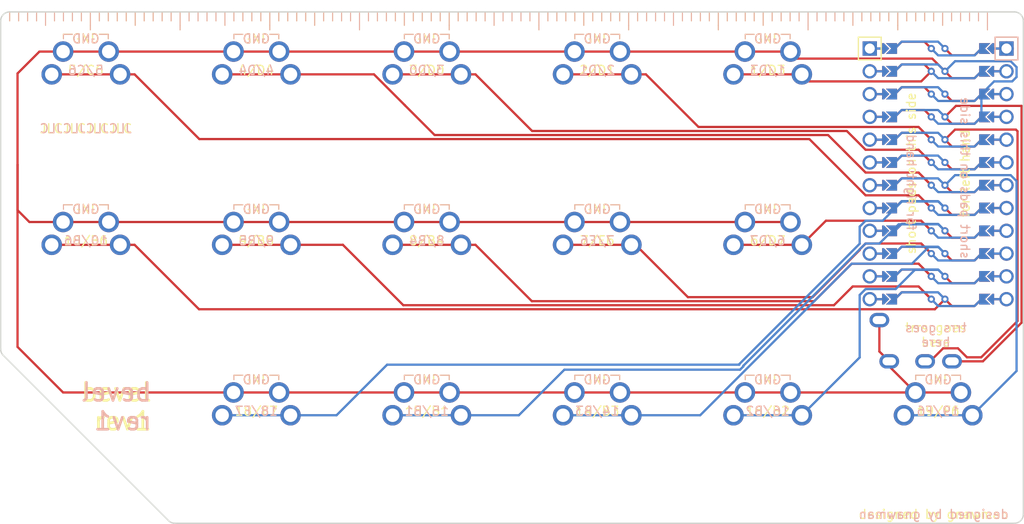
<source format=kicad_pcb>
(kicad_pcb (version 20211014) (generator pcbnew)
  (title_block (title "bevel") (date "2022-10-04") (rev "v1.0.0") (company "gnawman"))
  (layers (0 "F.Cu" signal) (31 "B.Cu" signal) (34 "B.Paste" user) (35 "F.Paste" user) (36 "B.SilkS" user "B.Silkscreen") (37 "F.SilkS" user "F.Silkscreen") (38 "B.Mask" user) (39 "F.Mask" user) (44 "Edge.Cuts" user))
  (net 0 "")
  (net 1 "GND")
  (net 2 "matrix_pinky_bottom")
  (net 3 "matrix_pinky_home")
  (net 4 "matrix_pinky_top")
  (net 5 "matrix_ring_bottom")
  (net 6 "matrix_ring_home")
  (net 7 "matrix_ring_top")
  (net 8 "matrix_middle_bottom")
  (net 9 "matrix_middle_home")
  (net 10 "matrix_middle_top")
  (net 11 "matrix_pointer_bottom")
  (net 12 "matrix_pointer_home")
  (net 13 "matrix_pointer_top")
  (net 14 "matrix_inner_bottom")
  (net 15 "matrix_inner_home")
  (net 16 "matrix_inner_top")
  (net 17 "RAW")
  (net 18 "RST")
  (net 19 "VCC")
  (net 20 "P21")
  (net 21 "P20")
  (net 22 "P1")
  (footprint "ProMicro" (layer "F.Cu") (at 116.5 30.05 -90)
    (fp_text reference "MCU1" hide)
    (fp_text value "")
  )
  (footprint "MX" (layer "F.Cu") (at 97.5 40.5)
    (fp_text reference "S14" hide)
    (fp_text value "" hide)
  )
  (footprint "MX" (layer "F.Cu") (at 59.5 21.5)
    (fp_text reference "S9" hide)
    (fp_text value "" hide)
  )
  (footprint "MX" (layer "F.Cu") (at 78.5 40.5)
    (fp_text reference "S11" hide)
    (fp_text value "" hide)
  )
  (footprint "MX" (layer "F.Cu") (at 40.5 40.5)
    (fp_text reference "S5" hide)
    (fp_text value "" hide)
  )
  (footprint "MX" (layer "F.Cu") (at 21.5 40.5)
    (fp_text reference "S2" hide)
    (fp_text value "" hide)
  )
  (footprint "MX" (layer "F.Cu") (at 78.5 59.5)
    (fp_text reference "S7" hide)
    (fp_text value "" hide)
  )
  (footprint "MX" (layer "F.Cu") (at 116.5 59.5)
    (fp_text reference "S13" hide)
    (fp_text value "" hide)
  )
  (footprint "TRRS-PJ-320A-dual" (layer "F.Cu") (at 121.25 50.95 -90)
    (fp_text reference "REF**")
    (fp_text value "TRRS-PJ-320A-dual" hide)
  )
  (footprint "MX" (layer "F.Cu") (at 59.5 40.5)
    (fp_text reference "S8" hide)
    (fp_text value "" hide)
  )
  (footprint "MX" (layer "F.Cu") (at 97.5 59.5)
    (fp_text reference "S10" hide)
    (fp_text value "" hide)
  )
  (footprint "MX" (layer "F.Cu") (at 97.5 21.5)
    (fp_text reference "S15" hide)
    (fp_text value "" hide)
  )
  (footprint "MX" (layer "F.Cu") (at 59.5 59.5)
    (fp_text reference "S4" hide)
    (fp_text value "" hide)
  )
  (footprint "MX" (layer "F.Cu") (at 78.5 21.5)
    (fp_text reference "S12" hide)
    (fp_text value "" hide)
  )
  (footprint "MX" (layer "F.Cu") (at 21.5 21.5)
    (fp_text reference "S3" hide)
    (fp_text value "" hide)
  )
  (footprint "MX" (layer "F.Cu") (at 40.5 59.5)
    (fp_text reference "S1" hide)
    (fp_text value "" hide)
  )
  (footprint "MX" (layer "F.Cu") (at 40.5 21.5)
    (fp_text reference "S6" hide)
    (fp_text value "" hide)
  )
  (gr_line (start 38 14.5) (end 39 14.5) (layer "B.SilkS") (width 0.12))
  (gr_line (start 19 13) (end 19 12) (layer "B.SilkS") (width 0.12))
  (gr_line (start 55 13) (end 55 12) (layer "B.SilkS") (width 0.12))
  (gr_line (start 95 33.5) (end 96 33.5) (layer "B.SilkS") (width 0.12))
  (gr_line (start 76 14.5) (end 76 15) (layer "B.SilkS") (width 0.12))
  (gr_line (start 100 14.5) (end 99 14.5) (layer "B.SilkS") (width 0.12))
  (gr_line (start 95 14.5) (end 96 14.5) (layer "B.SilkS") (width 0.12))
  (gr_line (start 38 33.5) (end 38 34) (layer "B.SilkS") (width 0.12))
  (gr_line (start 95 14.5) (end 95 15) (layer "B.SilkS") (width 0.12))
  (gr_line (start 19 14.5) (end 20 14.5) (layer "B.SilkS") (width 0.12))
  (gr_line (start 122 13.5) (end 122 12) (layer "B.SilkS") (width 0.12))
  (gr_line (start 76 52.5) (end 76 53) (layer "B.SilkS") (width 0.12))
  (gr_line (start 45 13) (end 45 12) (layer "B.SilkS") (width 0.12))
  (gr_line (start 43 34) (end 43 33.5) (layer "B.SilkS") (width 0.12))
  (gr_line (start 15 13) (end 15 12) (layer "B.SilkS") (width 0.12))
  (gr_line (start 103 13) (end 103 12) (layer "B.SilkS") (width 0.12))
  (gr_line (start 62 33.5) (end 61 33.5) (layer "B.SilkS") (width 0.12))
  (gr_line (start 81 53) (end 81 52.5) (layer "B.SilkS") (width 0.12))
  (gr_line (start 82 13.5) (end 82 14) (layer "B.SilkS") (width 0.12))
  (gr_line (start 24 34) (end 24 33.5) (layer "B.SilkS") (width 0.12))
  (gr_line (start 42 13.5) (end 42 14) (layer "B.SilkS") (width 0.12))
  (gr_line (start 100 15) (end 100 14.5) (layer "B.SilkS") (width 0.12))
  (gr_line (start 81 13) (end 81 12) (layer "B.SilkS") (width 0.12))
  (gr_line (start 105 13) (end 105 12) (layer "B.SilkS") (width 0.12))
  (gr_line (start 41 13) (end 41 12) (layer "B.SilkS") (width 0.12))
  (gr_line (start 66 13) (end 66 12) (layer "B.SilkS") (width 0.12))
  (gr_line (start 76 33.5) (end 76 34) (layer "B.SilkS") (width 0.12))
  (gr_line (start 116 13) (end 116 12) (layer "B.SilkS") (width 0.12))
  (gr_line (start 48 13) (end 48 12) (layer "B.SilkS") (width 0.12))
  (gr_line (start 36 13) (end 36 12) (layer "B.SilkS") (width 0.12))
  (gr_line (start 95 13) (end 95 12) (layer "B.SilkS") (width 0.12))
  (gr_line (start 114 52.5) (end 115 52.5) (layer "B.SilkS") (width 0.12))
  (gr_line (start 43 53) (end 43 52.5) (layer "B.SilkS") (width 0.12))
  (gr_line (start 82 13.5) (end 82 12) (layer "B.SilkS") (width 0.12))
  (gr_line (start 40 13) (end 40 12) (layer "B.SilkS") (width 0.12))
  (gr_line (start 38 52.5) (end 38 53) (layer "B.SilkS") (width 0.12))
  (gr_line (start 16 13) (end 16 12) (layer "B.SilkS") (width 0.12))
  (gr_line (start 59 13) (end 59 12) (layer "B.SilkS") (width 0.12))
  (gr_line (start 50 13) (end 50 12) (layer "B.SilkS") (width 0.12))
  (gr_line (start 81 34) (end 81 33.5) (layer "B.SilkS") (width 0.12))
  (gr_line (start 91 13) (end 91 12) (layer "B.SilkS") (width 0.12))
  (gr_line (start 90 13) (end 90 12) (layer "B.SilkS") (width 0.12))
  (gr_line (start 49 13) (end 49 12) (layer "B.SilkS") (width 0.12))
  (gr_line (start 81 33.5) (end 80 33.5) (layer "B.SilkS") (width 0.12))
  (gr_line (start 74 13) (end 74 12) (layer "B.SilkS") (width 0.12))
  (gr_line (start 96 13) (end 96 12) (layer "B.SilkS") (width 0.12))
  (gr_line (start 72 13.5) (end 72 14) (layer "B.SilkS") (width 0.12))
  (gr_line (start 52 13.5) (end 52 14) (layer "B.SilkS") (width 0.12))
  (gr_line (start 110 13) (end 110 12) (layer "B.SilkS") (width 0.12))
  (gr_line (start 71 13) (end 71 12) (layer "B.SilkS") (width 0.12))
  (gr_line (start 52 13.5) (end 52 12) (layer "B.SilkS") (width 0.12))
  (gr_line (start 38 33.5) (end 39 33.5) (layer "B.SilkS") (width 0.12))
  (gr_line (start 89 13) (end 89 12) (layer "B.SilkS") (width 0.12))
  (gr_line (start 102 13.5) (end 102 14) (layer "B.SilkS") (width 0.12))
  (gr_line (start 93 13) (end 93 12) (layer "B.SilkS") (width 0.12))
  (gr_line (start 94 13) (end 94 12) (layer "B.SilkS") (width 0.12))
  (gr_line (start 115 13) (end 115 12) (layer "B.SilkS") (width 0.12))
  (gr_line (start 95 33.5) (end 95 34) (layer "B.SilkS") (width 0.12))
  (gr_line (start 76 14.5) (end 77 14.5) (layer "B.SilkS") (width 0.12))
  (gr_line (start 118 13) (end 118 12) (layer "B.SilkS") (width 0.12))
  (gr_line (start 100 52.5) (end 99 52.5) (layer "B.SilkS") (width 0.12))
  (gr_line (start 43 14.5) (end 42 14.5) (layer "B.SilkS") (width 0.12))
  (gr_line (start 73 13) (end 73 12) (layer "B.SilkS") (width 0.12))
  (gr_line (start 19 33.5) (end 19 34) (layer "B.SilkS") (width 0.12))
  (gr_line (start 17 13.5) (end 17 12) (layer "B.SilkS") (width 0.12))
  (gr_line (start 106 13) (end 106 12) (layer "B.SilkS") (width 0.12))
  (gr_line (start 75 13) (end 75 12) (layer "B.SilkS") (width 0.12))
  (gr_line (start 99 13) (end 99 12) (layer "B.SilkS") (width 0.12))
  (gr_line (start 104 13) (end 104 12) (layer "B.SilkS") (width 0.12))
  (gr_line (start 100 53) (end 100 52.5) (layer "B.SilkS") (width 0.12))
  (gr_line (start 97 13.5) (end 97 12) (layer "B.SilkS") (width 0.12))
  (gr_line (start 57 14.5) (end 57 15) (layer "B.SilkS") (width 0.12))
  (gr_line (start 76 13) (end 76 12) (layer "B.SilkS") (width 0.12))
  (gr_line (start 98 13) (end 98 12) (layer "B.SilkS") (width 0.12))
  (gr_line (start 24 33.5) (end 23 33.5) (layer "B.SilkS") (width 0.12))
  (gr_line (start 68 13) (end 68 12) (layer "B.SilkS") (width 0.12))
  (gr_line (start 24 15) (end 24 14.5) (layer "B.SilkS") (width 0.12))
  (gr_line (start 95 52.5) (end 96 52.5) (layer "B.SilkS") (width 0.12))
  (gr_line (start 43 13) (end 43 12) (layer "B.SilkS") (width 0.12))
  (gr_line (start 35 13) (end 35 12) (layer "B.SilkS") (width 0.12))
  (gr_line (start 37 13.5) (end 37 12) (layer "B.SilkS") (width 0.12))
  (gr_line (start 62 13.5) (end 62 14) (layer "B.SilkS") (width 0.12))
  (gr_line (start 77 13.5) (end 77 12) (layer "B.SilkS") (width 0.12))
  (gr_line (start 20 13) (end 20 12) (layer "B.SilkS") (width 0.12))
  (gr_line (start 24 14.5) (end 23 14.5) (layer "B.SilkS") (width 0.12))
  (gr_line (start 53 13) (end 53 12) (layer "B.SilkS") (width 0.12))
  (gr_line (start 32 13.5) (end 32 12) (layer "B.SilkS") (width 0.12))
  (gr_line (start 57 33.5) (end 58 33.5) (layer "B.SilkS") (width 0.12))
  (gr_line (start 38 13) (end 38 12) (layer "B.SilkS") (width 0.12))
  (gr_line (start 72 13.5) (end 72 12) (layer "B.SilkS") (width 0.12))
  (gr_line (start 86 13) (end 86 12) (layer "B.SilkS") (width 0.12))
  (gr_line (start 43 33.5) (end 42 33.5) (layer "B.SilkS") (width 0.12))
  (gr_line (start 22 13.5) (end 22 14) (layer "B.SilkS") (width 0.12))
  (gr_line (start 62 15) (end 62 14.5) (layer "B.SilkS") (width 0.12))
  (gr_line (start 42 13.5) (end 42 12) (layer "B.SilkS") (width 0.12))
  (gr_line (start 44 13) (end 44 12) (layer "B.SilkS") (width 0.12))
  (gr_line (start 38 14.5) (end 38 15) (layer "B.SilkS") (width 0.12))
  (gr_line (start 54 13) (end 54 12) (layer "B.SilkS") (width 0.12))
  (gr_line (start 24 13) (end 24 12) (layer "B.SilkS") (width 0.12))
  (gr_line (start 114 13) (end 114 12) (layer "B.SilkS") (width 0.12))
  (gr_line (start 47 13.5) (end 47 12) (layer "B.SilkS") (width 0.12))
  (gr_line (start 81 52.5) (end 80 52.5) (layer "B.SilkS") (width 0.12))
  (gr_line (start 85 13) (end 85 12) (layer "B.SilkS") (width 0.12))
  (gr_line (start 14 13) (end 14 12) (layer "B.SilkS") (width 0.12))
  (gr_line (start 67 13.5) (end 67 12) (layer "B.SilkS") (width 0.12))
  (gr_line (start 111 13) (end 111 12) (layer "B.SilkS") (width 0.12))
  (gr_line (start 119 53) (end 119 52.5) (layer "B.SilkS") (width 0.12))
  (gr_line (start 28 13) (end 28 12) (layer "B.SilkS") (width 0.12))
  (gr_line (start 58 13) (end 58 12) (layer "B.SilkS") (width 0.12))
  (gr_line (start 62 52.5) (end 61 52.5) (layer "B.SilkS") (width 0.12))
  (gr_line (start 57 14.5) (end 58 14.5) (layer "B.SilkS") (width 0.12))
  (gr_line (start 62 13.5) (end 62 12) (layer "B.SilkS") (width 0.12))
  (gr_line (start 119 52.5) (end 118 52.5) (layer "B.SilkS") (width 0.12))
  (gr_line (start 30 13) (end 30 12) (layer "B.SilkS") (width 0.12))
  (gr_line (start 27 13.5) (end 27 12) (layer "B.SilkS") (width 0.12))
  (gr_line (start 34 13) (end 34 12) (layer "B.SilkS") (width 0.12))
  (gr_line (start 61 13) (end 61 12) (layer "B.SilkS") (width 0.12))
  (gr_line (start 19 33.5) (end 20 33.5) (layer "B.SilkS") (width 0.12))
  (gr_line (start 102 13.5) (end 102 12) (layer "B.SilkS") (width 0.12))
  (gr_line (start 51 13) (end 51 12) (layer "B.SilkS") (width 0.12))
  (gr_line (start 100 34) (end 100 33.5) (layer "B.SilkS") (width 0.12))
  (gr_line (start 46 13) (end 46 12) (layer "B.SilkS") (width 0.12))
  (gr_line (start 13 13) (end 13 12) (layer "B.SilkS") (width 0.12))
  (gr_line (start 87 13.5) (end 87 12) (layer "B.SilkS") (width 0.12))
  (gr_line (start 62 34) (end 62 33.5) (layer "B.SilkS") (width 0.12))
  (gr_line (start 64 13) (end 64 12) (layer "B.SilkS") (width 0.12))
  (gr_line (start 76 33.5) (end 77 33.5) (layer "B.SilkS") (width 0.12))
  (gr_line (start 43 15) (end 43 14.5) (layer "B.SilkS") (width 0.12))
  (gr_line (start 109 13) (end 109 12) (layer "B.SilkS") (width 0.12))
  (gr_line (start 39 13) (end 39 12) (layer "B.SilkS") (width 0.12))
  (gr_line (start 101 13) (end 101 12) (layer "B.SilkS") (width 0.12))
  (gr_line (start 114 52.5) (end 114 53) (layer "B.SilkS") (width 0.12))
  (gr_line (start 33 13) (end 33 12) (layer "B.SilkS") (width 0.12))
  (gr_line (start 92 13.5) (end 92 14) (layer "B.SilkS") (width 0.12))
  (gr_line (start 88 13) (end 88 12) (layer "B.SilkS") (width 0.12))
  (gr_line (start 62 53) (end 62 52.5) (layer "B.SilkS") (width 0.12))
  (gr_line (start 29 13) (end 29 12) (layer "B.SilkS") (width 0.12))
  (gr_line (start 113 13) (end 113 12) (layer "B.SilkS") (width 0.12))
  (gr_line (start 62 14.5) (end 61 14.5) (layer "B.SilkS") (width 0.12))
  (gr_line (start 92 13.5) (end 92 12) (layer "B.SilkS") (width 0.12))
  (gr_line (start 63 13) (end 63 12) (layer "B.SilkS") (width 0.12))
  (gr_line (start 78 13) (end 78 12) (layer "B.SilkS") (width 0.12))
  (gr_line (start 81 15) (end 81 14.5) (layer "B.SilkS") (width 0.12))
  (gr_line (start 26 13) (end 26 12) (layer "B.SilkS") (width 0.12))
  (gr_line (start 83 13) (end 83 12) (layer "B.SilkS") (width 0.12))
  (gr_line (start 122 13.5) (end 122 14) (layer "B.SilkS") (width 0.12))
  (gr_line (start 22 13.5) (end 22 12) (layer "B.SilkS") (width 0.12))
  (gr_line (start 80 13) (end 80 12) (layer "B.SilkS") (width 0.12))
  (gr_line (start 57 33.5) (end 57 34) (layer "B.SilkS") (width 0.12))
  (gr_line (start 76 52.5) (end 77 52.5) (layer "B.SilkS") (width 0.12))
  (gr_line (start 112 13.5) (end 112 14) (layer "B.SilkS") (width 0.12))
  (gr_line (start 38 52.5) (end 39 52.5) (layer "B.SilkS") (width 0.12))
  (gr_line (start 100 13) (end 100 12) (layer "B.SilkS") (width 0.12))
  (gr_line (start 31 13) (end 31 12) (layer "B.SilkS") (width 0.12))
  (gr_line (start 121 13) (end 121 12) (layer "B.SilkS") (width 0.12))
  (gr_line (start 21 13) (end 21 12) (layer "B.SilkS") (width 0.12))
  (gr_line (start 56 13) (end 56 12) (layer "B.SilkS") (width 0.12))
  (gr_line (start 18 13) (end 18 12) (layer "B.SilkS") (width 0.12))
  (gr_line (start 43 52.5) (end 42 52.5) (layer "B.SilkS") (width 0.12))
  (gr_line (start 79 13) (end 79 12) (layer "B.SilkS") (width 0.12))
  (gr_line (start 70 13) (end 70 12) (layer "B.SilkS") (width 0.12))
  (gr_line (start 65 13) (end 65 12) (layer "B.SilkS") (width 0.12))
  (gr_line (start 112 13.5) (end 112 12) (layer "B.SilkS") (width 0.12))
  (gr_line (start 84 13) (end 84 12) (layer "B.SilkS") (width 0.12))
  (gr_line (start 117 13.5) (end 117 12) (layer "B.SilkS") (width 0.12))
  (gr_line (start 81 14.5) (end 80 14.5) (layer "B.SilkS") (width 0.12))
  (gr_line (start 100 33.5) (end 99 33.5) (layer "B.SilkS") (width 0.12))
  (gr_line (start 19 14.5) (end 19 15) (layer "B.SilkS") (width 0.12))
  (gr_line (start 57 52.5) (end 58 52.5) (layer "B.SilkS") (width 0.12))
  (gr_line (start 69 13) (end 69 12) (layer "B.SilkS") (width 0.12))
  (gr_line (start 32 13.5) (end 32 14) (layer "B.SilkS") (width 0.12))
  (gr_line (start 95 52.5) (end 95 53) (layer "B.SilkS") (width 0.12))
  (gr_line (start 60 13) (end 60 12) (layer "B.SilkS") (width 0.12))
  (gr_line (start 107 13.5) (end 107 12) (layer "B.SilkS") (width 0.12))
  (gr_line (start 57 13.5) (end 57 12) (layer "B.SilkS") (width 0.12))
  (gr_line (start 57 52.5) (end 57 53) (layer "B.SilkS") (width 0.12))
  (gr_line (start 23 13) (end 23 12) (layer "B.SilkS") (width 0.12))
  (gr_line (start 25 13) (end 25 12) (layer "B.SilkS") (width 0.12))
  (gr_line (start 120 13) (end 120 12) (layer "B.SilkS") (width 0.12))
  (gr_line (start 119 13) (end 119 12) (layer "B.SilkS") (width 0.12))
  (gr_line (start 108 13) (end 108 12) (layer "B.SilkS") (width 0.12))
  (gr_line (start 103 12) (end 103 13) (layer "F.SilkS") (width 0.12))
  (gr_line (start 22 13.5) (end 22 14) (layer "F.SilkS") (width 0.12))
  (gr_line (start 61 12) (end 61 13) (layer "F.SilkS") (width 0.12))
  (gr_line (start 89 12) (end 89 13) (layer "F.SilkS") (width 0.12))
  (gr_line (start 29 12) (end 29 13) (layer "F.SilkS") (width 0.12))
  (gr_line (start 106 12) (end 106 13) (layer "F.SilkS") (width 0.12))
  (gr_line (start 22.984156 14.481507) (end 23.984156 14.481507) (layer "F.SilkS") (width 0.12))
  (gr_line (start 49 12) (end 49 13) (layer "F.SilkS") (width 0.12))
  (gr_line (start 23 33.5) (end 24 33.5) (layer "F.SilkS") (width 0.12))
  (gr_line (start 76 12) (end 76 13) (layer "F.SilkS") (width 0.12))
  (gr_line (start 42 52.5) (end 43 52.5) (layer "F.SilkS") (width 0.12))
  (gr_line (start 67 12) (end 67 13.5) (layer "F.SilkS") (width 0.12))
  (gr_line (start 100 15) (end 100 14.5) (layer "F.SilkS") (width 0.12))
  (gr_line (start 114 12) (end 114 13) (layer "F.SilkS") (width 0.12))
  (gr_line (start 44 12) (end 44 13) (layer "F.SilkS") (width 0.12))
  (gr_line (start 86 12) (end 86 13) (layer "F.SilkS") (width 0.12))
  (gr_line (start 77 14.5) (end 76 14.5) (layer "F.SilkS") (width 0.12))
  (gr_line (start 18 12) (end 18 13) (layer "F.SilkS") (width 0.12))
  (gr_line (start 37 12) (end 37 13.5) (layer "F.SilkS") (width 0.12))
  (gr_line (start 75 12) (end 75 13) (layer "F.SilkS") (width 0.12))
  (gr_line (start 118 52.5) (end 119 52.5) (layer "F.SilkS") (width 0.12))
  (gr_line (start 73 12) (end 73 13) (layer "F.SilkS") (width 0.12))
  (gr_line (start 39 52.5) (end 38 52.5) (layer "F.SilkS") (width 0.12))
  (gr_line (start 50 12) (end 50 13) (layer "F.SilkS") (width 0.12))
  (gr_line (start 118 12) (end 118 13) (layer "F.SilkS") (width 0.12))
  (gr_line (start 81 34) (end 81 33.5) (layer "F.SilkS") (width 0.12))
  (gr_line (start 122 13.5) (end 122 14) (layer "F.SilkS") (width 0.12))
  (gr_line (start 24 12) (end 24 13) (layer "F.SilkS") (width 0.12))
  (gr_line (start 95 12) (end 95 13) (layer "F.SilkS") (width 0.12))
  (gr_line (start 61 52.5) (end 62 52.5) (layer "F.SilkS") (width 0.12))
  (gr_line (start 95 33.5) (end 95 34) (layer "F.SilkS") (width 0.12))
  (gr_line (start 113 12) (end 113 13) (layer "F.SilkS") (width 0.12))
  (gr_line (start 56 12) (end 56 13) (layer "F.SilkS") (width 0.12))
  (gr_line (start 117 12) (end 117 13.5) (layer "F.SilkS") (width 0.12))
  (gr_line (start 72 13.5) (end 72 14) (layer "F.SilkS") (width 0.12))
  (gr_line (start 17 12) (end 17 13.5) (layer "F.SilkS") (width 0.12))
  (gr_line (start 34 12) (end 34 13) (layer "F.SilkS") (width 0.12))
  (gr_line (start 114 52.5) (end 114 53) (layer "F.SilkS") (width 0.12))
  (gr_line (start 57 14.5) (end 57 15) (layer "F.SilkS") (width 0.12))
  (gr_line (start 58 14.5) (end 57 14.5) (layer "F.SilkS") (width 0.12))
  (gr_line (start 100 12) (end 100 13) (layer "F.SilkS") (width 0.12))
  (gr_line (start 83 12) (end 83 13) (layer "F.SilkS") (width 0.12))
  (gr_line (start 80 14.5) (end 81 14.5) (layer "F.SilkS") (width 0.12))
  (gr_line (start 16 12) (end 16 13) (layer "F.SilkS") (width 0.12))
  (gr_line (start 74 12) (end 74 13) (layer "F.SilkS") (width 0.12))
  (gr_line (start 92 12) (end 92 13.5) (layer "F.SilkS") (width 0.12))
  (gr_line (start 32 13.5) (end 32 14) (layer "F.SilkS") (width 0.12))
  (gr_line (start 99 14.5) (end 100 14.5) (layer "F.SilkS") (width 0.12))
  (gr_line (start 80 33.5) (end 81 33.5) (layer "F.SilkS") (width 0.12))
  (gr_line (start 18.984156 14.481507) (end 18.984156 14.981507) (layer "F.SilkS") (width 0.12))
  (gr_line (start 25 12) (end 25 13) (layer "F.SilkS") (width 0.12))
  (gr_line (start 116 12) (end 116 13) (layer "F.SilkS") (width 0.12))
  (gr_line (start 13 12) (end 13 13) (layer "F.SilkS") (width 0.12))
  (gr_line (start 39 33.5) (end 38 33.5) (layer "F.SilkS") (width 0.12))
  (gr_line (start 102 12) (end 102 13.5) (layer "F.SilkS") (width 0.12))
  (gr_line (start 51 12) (end 51 13) (layer "F.SilkS") (width 0.12))
  (gr_line (start 95 14.5) (end 95 15) (layer "F.SilkS") (width 0.12))
  (gr_line (start 111 12) (end 111 13) (layer "F.SilkS") (width 0.12))
  (gr_line (start 30 12) (end 30 13) (layer "F.SilkS") (width 0.12))
  (gr_line (start 76 52.5) (end 76 53) (layer "F.SilkS") (width 0.12))
  (gr_line (start 57 12) (end 57 13.5) (layer "F.SilkS") (width 0.12))
  (gr_line (start 39 12) (end 39 13) (layer "F.SilkS") (width 0.12))
  (gr_line (start 20 33.5) (end 19 33.5) (layer "F.SilkS") (width 0.12))
  (gr_line (start 81 15) (end 81 14.5) (layer "F.SilkS") (width 0.12))
  (gr_line (start 112 12) (end 112 13.5) (layer "F.SilkS") (width 0.12))
  (gr_line (start 19 12) (end 19 13) (layer "F.SilkS") (width 0.12))
  (gr_line (start 78 12) (end 78 13) (layer "F.SilkS") (width 0.12))
  (gr_line (start 57 52.5) (end 57 53) (layer "F.SilkS") (width 0.12))
  (gr_line (start 99 52.5) (end 100 52.5) (layer "F.SilkS") (width 0.12))
  (gr_line (start 109 12) (end 109 13) (layer "F.SilkS") (width 0.12))
  (gr_line (start 69 12) (end 69 13) (layer "F.SilkS") (width 0.12))
  (gr_line (start 55 12) (end 55 13) (layer "F.SilkS") (width 0.12))
  (gr_line (start 40 12) (end 40 13) (layer "F.SilkS") (width 0.12))
  (gr_line (start 65 12) (end 65 13) (layer "F.SilkS") (width 0.12))
  (gr_line (start 19 33.5) (end 19 34) (layer "F.SilkS") (width 0.12))
  (gr_line (start 36 12) (end 36 13) (layer "F.SilkS") (width 0.12))
  (gr_line (start 52 12) (end 52 13.5) (layer "F.SilkS") (width 0.12))
  (gr_line (start 102 13.5) (end 102 14) (layer "F.SilkS") (width 0.12))
  (gr_line (start 77 52.5) (end 76 52.5) (layer "F.SilkS") (width 0.12))
  (gr_line (start 121 12) (end 121 13) (layer "F.SilkS") (width 0.12))
  (gr_line (start 23.984156 14.981507) (end 23.984156 14.481507) (layer "F.SilkS") (width 0.12))
  (gr_line (start 115 52.5) (end 114 52.5) (layer "F.SilkS") (width 0.12))
  (gr_line (start 22 12) (end 22 13.5) (layer "F.SilkS") (width 0.12))
  (gr_line (start 42 33.5) (end 43 33.5) (layer "F.SilkS") (width 0.12))
  (gr_line (start 101 12) (end 101 13) (layer "F.SilkS") (width 0.12))
  (gr_line (start 79 12) (end 79 13) (layer "F.SilkS") (width 0.12))
  (gr_line (start 96 12) (end 96 13) (layer "F.SilkS") (width 0.12))
  (gr_line (start 38 12) (end 38 13) (layer "F.SilkS") (width 0.12))
  (gr_line (start 64 12) (end 64 13) (layer "F.SilkS") (width 0.12))
  (gr_line (start 26 12) (end 26 13) (layer "F.SilkS") (width 0.12))
  (gr_line (start 43 15) (end 43 14.5) (layer "F.SilkS") (width 0.12))
  (gr_line (start 59 12) (end 59 13) (layer "F.SilkS") (width 0.12))
  (gr_line (start 66 12) (end 66 13) (layer "F.SilkS") (width 0.12))
  (gr_line (start 38 52.5) (end 38 53) (layer "F.SilkS") (width 0.12))
  (gr_line (start 84 12) (end 84 13) (layer "F.SilkS") (width 0.12))
  (gr_line (start 61 14.5) (end 62 14.5) (layer "F.SilkS") (width 0.12))
  (gr_line (start 108 12) (end 108 13) (layer "F.SilkS") (width 0.12))
  (gr_line (start 27 12) (end 27 13.5) (layer "F.SilkS") (width 0.12))
  (gr_line (start 80 12) (end 80 13) (layer "F.SilkS") (width 0.12))
  (gr_line (start 85 12) (end 85 13) (layer "F.SilkS") (width 0.12))
  (gr_line (start 77 12) (end 77 13.5) (layer "F.SilkS") (width 0.12))
  (gr_line (start 105 12) (end 105 13) (layer "F.SilkS") (width 0.12))
  (gr_line (start 33 12) (end 33 13) (layer "F.SilkS") (width 0.12))
  (gr_line (start 77 33.5) (end 76 33.5) (layer "F.SilkS") (width 0.12))
  (gr_line (start 96 14.5) (end 95 14.5) (layer "F.SilkS") (width 0.12))
  (gr_line (start 45 12) (end 45 13) (layer "F.SilkS") (width 0.12))
  (gr_line (start 58 12) (end 58 13) (layer "F.SilkS") (width 0.12))
  (gr_line (start 46 12) (end 46 13) (layer "F.SilkS") (width 0.12))
  (gr_line (start 68 12) (end 68 13) (layer "F.SilkS") (width 0.12))
  (gr_line (start 42 12) (end 42 13.5) (layer "F.SilkS") (width 0.12))
  (gr_line (start 48 12) (end 48 13) (layer "F.SilkS") (width 0.12))
  (gr_line (start 76 33.5) (end 76 34) (layer "F.SilkS") (width 0.12))
  (gr_line (start 98 12) (end 98 13) (layer "F.SilkS") (width 0.12))
  (gr_line (start 72 12) (end 72 13.5) (layer "F.SilkS") (width 0.12))
  (gr_line (start 21 12) (end 21 13) (layer "F.SilkS") (width 0.12))
  (gr_line (start 23 12) (end 23 13) (layer "F.SilkS") (width 0.12))
  (gr_line (start 100 34) (end 100 33.5) (layer "F.SilkS") (width 0.12))
  (gr_line (start 62 13.5) (end 62 14) (layer "F.SilkS") (width 0.12))
  (gr_line (start 104 12) (end 104 13) (layer "F.SilkS") (width 0.12))
  (gr_line (start 92 13.5) (end 92 14) (layer "F.SilkS") (width 0.12))
  (gr_line (start 80 52.5) (end 81 52.5) (layer "F.SilkS") (width 0.12))
  (gr_line (start 70 12) (end 70 13) (layer "F.SilkS") (width 0.12))
  (gr_line (start 107 12) (end 107 13.5) (layer "F.SilkS") (width 0.12))
  (gr_line (start 90 12) (end 90 13) (layer "F.SilkS") (width 0.12))
  (gr_line (start 112 13.5) (end 112 14) (layer "F.SilkS") (width 0.12))
  (gr_line (start 62 12) (end 62 13.5) (layer "F.SilkS") (width 0.12))
  (gr_line (start 38 33.5) (end 38 34) (layer "F.SilkS") (width 0.12))
  (gr_line (start 96 33.5) (end 95 33.5) (layer "F.SilkS") (width 0.12))
  (gr_line (start 24 34) (end 24 33.5) (layer "F.SilkS") (width 0.12))
  (gr_line (start 15 12) (end 15 13) (layer "F.SilkS") (width 0.12))
  (gr_line (start 119 12) (end 119 13) (layer "F.SilkS") (width 0.12))
  (gr_line (start 81 53) (end 81 52.5) (layer "F.SilkS") (width 0.12))
  (gr_line (start 96 52.5) (end 95 52.5) (layer "F.SilkS") (width 0.12))
  (gr_line (start 63 12) (end 63 13) (layer "F.SilkS") (width 0.12))
  (gr_line (start 52 13.5) (end 52 14) (layer "F.SilkS") (width 0.12))
  (gr_line (start 82 13.5) (end 82 14) (layer "F.SilkS") (width 0.12))
  (gr_line (start 32 12) (end 32 13.5) (layer "F.SilkS") (width 0.12))
  (gr_line (start 61 33.5) (end 62 33.5) (layer "F.SilkS") (width 0.12))
  (gr_line (start 43 53) (end 43 52.5) (layer "F.SilkS") (width 0.12))
  (gr_line (start 43 34) (end 43 33.5) (layer "F.SilkS") (width 0.12))
  (gr_line (start 62 53) (end 62 52.5) (layer "F.SilkS") (width 0.12))
  (gr_line (start 119 53) (end 119 52.5) (layer "F.SilkS") (width 0.12))
  (gr_line (start 120 12) (end 120 13) (layer "F.SilkS") (width 0.12))
  (gr_line (start 58 52.5) (end 57 52.5) (layer "F.SilkS") (width 0.12))
  (gr_line (start 28 12) (end 28 13) (layer "F.SilkS") (width 0.12))
  (gr_line (start 97 12) (end 97 13.5) (layer "F.SilkS") (width 0.12))
  (gr_line (start 110 12) (end 110 13) (layer "F.SilkS") (width 0.12))
  (gr_line (start 38 14.5) (end 38 15) (layer "F.SilkS") (width 0.12))
  (gr_line (start 93 12) (end 93 13) (layer "F.SilkS") (width 0.12))
  (gr_line (start 62 15) (end 62 14.5) (layer "F.SilkS") (width 0.12))
  (gr_line (start 58 33.5) (end 57 33.5) (layer "F.SilkS") (width 0.12))
  (gr_line (start 35 12) (end 35 13) (layer "F.SilkS") (width 0.12))
  (gr_line (start 82 12) (end 82 13.5) (layer "F.SilkS") (width 0.12))
  (gr_line (start 57 33.5) (end 57 34) (layer "F.SilkS") (width 0.12))
  (gr_line (start 76 14.5) (end 76 15) (layer "F.SilkS") (width 0.12))
  (gr_line (start 81 12) (end 81 13) (layer "F.SilkS") (width 0.12))
  (gr_line (start 99 33.5) (end 100 33.5) (layer "F.SilkS") (width 0.12))
  (gr_line (start 31 12) (end 31 13) (layer "F.SilkS") (width 0.12))
  (gr_line (start 71 12) (end 71 13) (layer "F.SilkS") (width 0.12))
  (gr_line (start 42 14.5) (end 43 14.5) (layer "F.SilkS") (width 0.12))
  (gr_line (start 94 12) (end 94 13) (layer "F.SilkS") (width 0.12))
  (gr_line (start 62 34) (end 62 33.5) (layer "F.SilkS") (width 0.12))
  (gr_line (start 14 12) (end 14 13) (layer "F.SilkS") (width 0.12))
  (gr_line (start 41 12) (end 41 13) (layer "F.SilkS") (width 0.12))
  (gr_line (start 43 12) (end 43 13) (layer "F.SilkS") (width 0.12))
  (gr_line (start 122 12) (end 122 13.5) (layer "F.SilkS") (width 0.12))
  (gr_line (start 95 52.5) (end 95 53) (layer "F.SilkS") (width 0.12))
  (gr_line (start 88 12) (end 88 13) (layer "F.SilkS") (width 0.12))
  (gr_line (start 115 12) (end 115 13) (layer "F.SilkS") (width 0.12))
  (gr_line (start 87 12) (end 87 13.5) (layer "F.SilkS") (width 0.12))
  (gr_line (start 60 12) (end 60 13) (layer "F.SilkS") (width 0.12))
  (gr_line (start 39 14.5) (end 38 14.5) (layer "F.SilkS") (width 0.12))
  (gr_line (start 100 53) (end 100 52.5) (layer "F.SilkS") (width 0.12))
  (gr_line (start 19.984156 14.481507) (end 18.984156 14.481507) (layer "F.SilkS") (width 0.12))
  (gr_line (start 20 12) (end 20 13) (layer "F.SilkS") (width 0.12))
  (gr_line (start 42 13.5) (end 42 14) (layer "F.SilkS") (width 0.12))
  (gr_line (start 54 12) (end 54 13) (layer "F.SilkS") (width 0.12))
  (gr_line (start 91 12) (end 91 13) (layer "F.SilkS") (width 0.12))
  (gr_line (start 53 12) (end 53 13) (layer "F.SilkS") (width 0.12))
  (gr_line (start 99 12) (end 99 13) (layer "F.SilkS") (width 0.12))
  (gr_line (start 47 12) (end 47 13.5) (layer "F.SilkS") (width 0.12))
  (gr_line (start 126 68) (end 126 13) (layer "Edge.Cuts") (width 0.15))
  (gr_line (start 31.414214 69) (end 125 69) (layer "Edge.Cuts") (width 0.15))
  (gr_arc (start 125 12) (mid 125.707107 12.292893) (end 126 13) (layer "Edge.Cuts") (width 0.15))
  (gr_arc (start 31.414214 69) (mid 31.031528 68.923884) (end 30.707107 68.707107) (layer "Edge.Cuts") (width 0.15))
  (gr_arc (start 12.292893 50.292893) (mid 12.07612 49.96847) (end 12 49.585786) (layer "Edge.Cuts") (width 0.15))
  (gr_arc (start 126 68) (mid 125.707107 68.707107) (end 125 69) (layer "Edge.Cuts") (width 0.15))
  (gr_line (start 12.292893 50.292893) (end 30.707107 68.707107) (layer "Edge.Cuts") (width 0.15))
  (gr_line (start 13 12) (end 125 12) (layer "Edge.Cuts") (width 0.15))
  (gr_arc (start 12 13) (mid 12.292893 12.292893) (end 13 12) (layer "Edge.Cuts") (width 0.15))
  (gr_line (start 12 13) (end 12 49.585786) (layer "Edge.Cuts") (width 0.15))
  (gr_text "GND" (at 21.5 34) (layer "B.SilkS") (effects (font (size 1 1)) (justify mirror)))
  (gr_text "GND" (at 59.5 53) (layer "B.SilkS") (effects (font (size 1 1)) (justify mirror)))
  (gr_text "GND" (at 78.5 15) (layer "B.SilkS") (effects (font (size 1 1)) (justify mirror)))
  (gr_text "GND" (at 116.5 53) (layer "B.SilkS") (effects (font (size 1 1)) (justify mirror)))
  (gr_text "GND" (at 59.5 34) (layer "B.SilkS") (effects (font (size 1 1)) (justify mirror)))
  (gr_text "8/B4" (at 59.5 37.5) (layer "B.SilkS") (effects (font (size 1 1)) (justify mirror)))
  (gr_text "GND" (at 21.5 15) (layer "B.SilkS") (effects (font (size 1 1)) (justify mirror)))
  (gr_text "5/C6" (at 21.5 18.5) (layer "B.SilkS") (effects (font (size 1 1)) (justify mirror)))
  (gr_text "1/D3" (at 97.5 18.5) (layer "B.SilkS") (effects (font (size 1 1)) (justify mirror)))
  (gr_text "GND" (at 97.5 34) (layer "B.SilkS") (effects (font (size 1 1)) (justify mirror)))
  (gr_text "GND" (at 40.5 53) (layer "B.SilkS") (effects (font (size 1 1)) (justify mirror)))
  (gr_text "18/F7" (at 40.5 56.5) (layer "B.SilkS") (effects (font (size 1 1)) (justify mirror)))
  (gr_text "7/E6" (at 78.5 37.5) (layer "B.SilkS") (effects (font (size 1 1)) (justify mirror)))
  (gr_text "10/B6" (at 21.5 37.5) (layer "B.SilkS") (effects (font (size 1 1)) (justify mirror)))
  (gr_text "designed by gnawman" (at 116 68) (layer "B.SilkS") (effects (font (size 1 1)) (justify mirror)))
  (gr_text "14/B3" (at 78.5 56.5) (layer "B.SilkS") (effects (font (size 1 1)) (justify mirror)))
  (gr_text "19/F6" (at 116.5 56.5) (layer "B.SilkS") (effects (font (size 1 1)) (justify mirror)))
  (gr_text "GND" (at 78.5 34) (layer "B.SilkS") (effects (font (size 1 1)) (justify mirror)))
  (gr_text "GND" (at 40.5 15) (layer "B.SilkS") (effects (font (size 1 1)) (justify mirror)))
  (gr_text "GND" (at 59.5 15) (layer "B.SilkS") (effects (font (size 1 1)) (justify mirror)))
  (gr_text "16/B2" (at 97.5 56.5) (layer "B.SilkS") (effects (font (size 1 1)) (justify mirror)))
  (gr_text "2/D1" (at 78.5 18.5) (layer "B.SilkS") (effects (font (size 1 1)) (justify mirror)))
  (gr_text "for right hand" (at 113.5 31 -90) (layer "B.SilkS") (effects (font (size 1 1)) (justify mirror)))
  (gr_text "GND" (at 78.5 53) (layer "B.SilkS") (effects (font (size 1 1)) (justify mirror)))
  (gr_text "4/D4" (at 40.5 18.5) (layer "B.SilkS") (effects (font (size 1 1)) (justify mirror)))
  (gr_text "short pads on this side" (at 119.5 30.5 -90) (layer "B.SilkS") (effects (font (size 1 1)) (justify mirror)))
  (gr_text "3/D0" (at 59.5 18.5) (layer "B.SilkS") (effects (font (size 1 1)) (justify mirror)))
  (gr_text "6/D7" (at 97.5 37.5) (layer "B.SilkS") (effects (font (size 1 1)) (justify mirror)))
  (gr_text "GND" (at 97.5 15) (layer "B.SilkS") (effects (font (size 1 1)) (justify mirror)))
  (gr_text "15/B1" (at 59.5 56.5) (layer "B.SilkS") (effects (font (size 1 1)) (justify mirror)))
  (gr_text "trrs goes\nhere" (at 116.25 48) (layer "B.SilkS") (effects (font (size 1 1)) (justify mirror)))
  (gr_text "GND" (at 97.5 53) (layer "B.SilkS") (effects (font (size 1 1)) (justify mirror)))
  (gr_text "bevel\nrev1" (at 29 56) (layer "B.SilkS") (effects (font (size 2 2) (thickness 0.3)) (justify left mirror)))
  (gr_text "9/B5" (at 40.5 37.5) (layer "B.SilkS") (effects (font (size 1 1)) (justify mirror)))
  (gr_text "JLCJLCJLCJLC" (at 21.5 25) (layer "B.SilkS") (effects (font (size 1 1)) (justify mirror)))
  (gr_text "GND" (at 40.5 34) (layer "B.SilkS") (effects (font (size 1 1)) (justify mirror)))
  (gr_text "GND" (at 40.5 53) (layer "F.SilkS") (effects (font (size 1 1))))
  (gr_text "designed by gnawman" (at 116 68) (layer "F.SilkS") (effects (font (size 1 1))))
  (gr_text "6/D7" (at 97.5 37.5) (layer "F.SilkS") (effects (font (size 1 1))))
  (gr_text "4/D4" (at 40.5 18.5) (layer "F.SilkS") (effects (font (size 1 1))))
  (gr_text "GND" (at 97.5 34) (layer "F.SilkS") (effects (font (size 1 1))))
  (gr_text "9/B5" (at 40.5 37.5) (layer "F.SilkS") (effects (font (size 1 1))))
  (gr_text "GND" (at 97.5 53) (layer "F.SilkS") (effects (font (size 1 1))))
  (gr_text "7/E6" (at 78.5 37.5) (layer "F.SilkS") (effects (font (size 1 1))))
  (gr_text "GND" (at 78.5 34) (layer "F.SilkS") (effects (font (size 1 1))))
  (gr_text "GND" (at 59.5 34) (layer "F.SilkS") (effects (font (size 1 1))))
  (gr_text "JLCJLCJLCJLC" (at 21.5 25) (layer "F.SilkS") (effects (font (size 1 1))))
  (gr_text "GND" (at 116.5 53) (layer "F.SilkS") (effects (font (size 1 1))))
  (gr_text "18/F7" (at 40.5 56.5) (layer "F.SilkS") (effects (font (size 1 1))))
  (gr_text "19/F6" (at 116.5 56.5) (layer "F.SilkS") (effects (font (size 1 1))))
  (gr_text "GND" (at 78.5 15) (layer "F.SilkS") (effects (font (size 1 1))))
  (gr_text "16/B2" (at 97.5 56.5) (layer "F.SilkS") (effects (font (size 1 1))))
  (gr_text "GND" (at 40.5 34) (layer "F.SilkS") (effects (font (size 1 1))))
  (gr_text "8/B4" (at 59.5 37.5) (layer "F.SilkS") (effects (font (size 1 1))))
  (gr_text "3/D0" (at 59.5 18.5) (layer "F.SilkS") (effects (font (size 1 1))))
  (gr_text "15/B1" (at 59.5 56.5) (layer "F.SilkS") (effects (font (size 1 1))))
  (gr_text "GND" (at 40.5 15) (layer "F.SilkS") (effects (font (size 1 1))))
  (gr_text "GND" (at 21.484156 14.981507) (layer "F.SilkS") (effects (font (size 1 1))))
  (gr_text "for left hand" (at 119.5 30 90) (layer "F.SilkS") (effects (font (size 1 1))))
  (gr_text "trrs goes\nhere" (at 116.25 48) (layer "F.SilkS") (effects (font (size 1 1))))
  (gr_text "2/D1" (at 78.5 18.5) (layer "F.SilkS") (effects (font (size 1 1))))
  (gr_text "1/D3" (at 97.5 18.5) (layer "F.SilkS") (effects (font (size 1 1))))
  (gr_text "GND" (at 97.5 15) (layer "F.SilkS") (effects (font (size 1 1))))
  (gr_text "14/B3" (at 78.5 56.5) (layer "F.SilkS") (effects (font (size 1 1))))
  (gr_text "10/B6" (at 21.5 37.5) (layer "F.SilkS") (effects (font (size 1 1))))
  (gr_text "GND" (at 78.5 53) (layer "F.SilkS") (effects (font (size 1 1))))
  (gr_text "short pads on this side" (at 113.5 30 90) (layer "F.SilkS") (effects (font (size 1 1))))
  (gr_text "bevel\nrev1" (at 29 56) (layer "F.SilkS") (effects (font (size 2 2) (thickness 0.3)) (justify right)))
  (gr_text "GND" (at 59.5 15) (layer "F.SilkS") (effects (font (size 1 1))))
  (gr_text "GND" (at 21.5 34) (layer "F.SilkS") (effects (font (size 1 1))))
  (gr_text "5/C6" (at 21.5 18.5) (layer "F.SilkS") (effects (font (size 1 1))))
  (gr_text "GND" (at 59.5 53) (layer "F.SilkS") (effects (font (size 1 1))))
  (segment (start 18.96 35.42) (end 15.2 35.42) (width 0.25) (layer "F.Cu") (net 1))
  (segment (start 94.96 54.42) (end 81.04 54.42) (width 0.25) (layer "F.Cu") (net 1))
  (segment (start 56.96 35.42) (end 43.04 35.42) (width 0.25) (layer "F.Cu") (net 1))
  (segment (start 18.96 54.42) (end 13.88 49.34) (width 0.25) (layer "F.Cu") (net 1))
  (segment (start 18.96 16.42) (end 24.04 16.42) (width 0.25) (layer "F.Cu") (net 1))
  (segment (start 75.96 54.42) (end 62.04 54.42) (width 0.25) (layer "F.Cu") (net 1))
  (segment (start 119.04 54.42) (end 113.96 54.42) (width 0.25) (layer "F.Cu") (net 1))
  (segment (start 37.96 35.42) (end 24.04 35.42) (width 0.25) (layer "F.Cu") (net 1))
  (segment (start 113.96 54.42) (end 100.04 54.42) (width 0.25) (layer "F.Cu") (net 1))
  (segment (start 81.04 16.42) (end 94.96 16.42) (width 0.25) (layer "F.Cu") (net 1))
  (segment (start 56.96 54.42) (end 43.04 54.42) (width 0.25) (layer "F.Cu") (net 1))
  (segment (start 13.88 49.34) (end 13.88 29.02) (width 0.25) (layer "F.Cu") (net 1))
  (segment (start 94.96 35.42) (end 81.04 35.42) (width 0.25) (layer "F.Cu") (net 1))
  (segment (start 115.846511 17.204511) (end 117.262 18.62) (width 0.25) (layer "F.Cu") (net 1))
  (segment (start 15.2 35.42) (end 13.88 34.1) (width 0.25) (layer "F.Cu") (net 1))
  (segment (start 100.04 35.42) (end 94.96 35.42) (width 0.25) (layer "F.Cu") (net 1))
  (segment (start 81.04 35.42) (end 75.96 35.42) (width 0.25) (layer "F.Cu") (net 1))
  (segment (start 109.95 49.85) (end 111.05 50.95) (width 0.25) (layer "F.Cu") (net 1))
  (segment (start 13.88 29.02) (end 13.88 18.86) (width 0.25) (layer "F.Cu") (net 1))
  (segment (start 37.96 16.42) (end 43.04 16.42) (width 0.25) (layer "F.Cu") (net 1))
  (segment (start 113.96 54.42) (end 111.05 51.51) (width 0.25) (layer "F.Cu") (net 1))
  (segment (start 81.04 54.42) (end 75.96 54.42) (width 0.25) (layer "F.Cu") (net 1))
  (segment (start 94.96 16.42) (end 100.04 16.42) (width 0.25) (layer "F.Cu") (net 1))
  (segment (start 43.04 35.42) (end 37.96 35.42) (width 0.25) (layer "F.Cu") (net 1))
  (segment (start 75.96 16.42) (end 81.04 16.42) (width 0.25) (layer "F.Cu") (net 1))
  (segment (start 62.04 54.42) (end 56.96 54.42) (width 0.25) (layer "F.Cu") (net 1))
  (segment (start 100.824511 17.204511) (end 115.846511 17.204511) (width 0.25) (layer "F.Cu") (net 1))
  (segment (start 109.95 46.35) (end 109.95 49.85) (width 0.25) (layer "F.Cu") (net 1))
  (segment (start 62.04 35.42) (end 56.96 35.42) (width 0.25) (layer "F.Cu") (net 1))
  (segment (start 24.04 16.42) (end 37.96 16.42) (width 0.25) (layer "F.Cu") (net 1))
  (segment (start 100.04 54.42) (end 94.96 54.42) (width 0.25) (layer "F.Cu") (net 1))
  (segment (start 37.96 54.42) (end 18.96 54.42) (width 0.25) (layer "F.Cu") (net 1))
  (segment (start 57.06 16.32) (end 57.16 16.42) (width 0.25) (layer "F.Cu") (net 1))
  (segment (start 100.04 16.42) (end 100.824511 17.204511) (width 0.25) (layer "F.Cu") (net 1))
  (segment (start 24.04 35.42) (end 18.96 35.42) (width 0.25) (layer "F.Cu") (net 1))
  (segment (start 57.16 16.42) (end 62.04 16.42) (width 0.25) (layer "F.Cu") (net 1))
  (segment (start 75.96 35.42) (end 62.04 35.42) (width 0.25) (layer "F.Cu") (net 1))
  (segment (start 13.88 18.86) (end 16.32 16.42) (width 0.25) (layer "F.Cu") (net 1))
  (segment (start 62.04 16.42) (end 75.96 16.42) (width 0.25) (layer "F.Cu") (net 1))
  (segment (start 43.04 54.42) (end 37.96 54.42) (width 0.25) (layer "F.Cu") (net 1))
  (segment (start 56.96 16.42) (end 57.06 16.32) (width 0.25) (layer "F.Cu") (net 1))
  (segment (start 111.05 51.51) (end 111.05 50.95) (width 0.25) (layer "F.Cu") (net 1))
  (segment (start 13.88 34.1) (end 13.88 29.02) (width 0.25) (layer "F.Cu") (net 1))
  (segment (start 43.04 16.42) (end 56.96 16.42) (width 0.25) (layer "F.Cu") (net 1))
  (segment (start 16.32 16.42) (end 18.96 16.42) (width 0.25) (layer "F.Cu") (net 1))
  (segment (start 122.741489 19.744511) (end 124.755489 19.744511) (width 0.25) (layer "B.Cu") (net 1))
  (segment (start 124.755489 19.744511) (end 125.244511 19.255489) (width 0.25) (layer "B.Cu") (net 1))
  (segment (start 125.244511 18.154211) (end 124.585789 17.495489) (width 0.25) (layer "B.Cu") (net 1))
  (segment (start 125.244511 19.255489) (end 125.244511 18.154211) (width 0.25) (layer "B.Cu") (net 1))
  (segment (start 121.326 21.16) (end 122.741489 19.744511) (width 0.25) (layer "B.Cu") (net 1))
  (segment (start 124.585789 17.495489) (end 118.386511 17.495489) (width 0.25) (layer "B.Cu") (net 1))
  (segment (start 118.386511 17.495489) (end 117.262 18.62) (width 0.25) (layer "B.Cu") (net 1))
  (segment (start 121.326 23.7) (end 121.326 21.16) (width 0.25) (layer "B.Cu") (net 1))
  (segment (start 107.755489 35.934211) (end 108.414211 35.275489) (width 0.25) (layer "B.Cu") (net 2))
  (segment (start 94.340366 51.323687) (end 94.340366 51.253616) (width 0.25) (layer "B.Cu") (net 2))
  (segment (start 94.340366 51.253616) (end 107.755489 37.838493) (width 0.25) (layer "B.Cu") (net 2))
  (segment (start 36.69 56.96) (end 44.31 56.96) (width 0.25) (layer "B.Cu") (net 2))
  (segment (start 55.076313 51.323687) (end 94.340366 51.323687) (width 0.25) (layer "B.Cu") (net 2))
  (segment (start 49.44 56.96) (end 55.076313 51.323687) (width 0.25) (layer "B.Cu") (net 2))
  (segment (start 107.755489 37.838493) (end 107.755489 35.934211) (width 0.25) (layer "B.Cu") (net 2))
  (segment (start 110.318493 35.275489) (end 112.458493 33.135489) (width 0.25) (layer "B.Cu") (net 2))
  (segment (start 116.537489 33.135489) (end 117.262 33.86) (width 0.25) (layer "B.Cu") (net 2))
  (segment (start 108.414211 35.275489) (end 110.318493 35.275489) (width 0.25) (layer "B.Cu") (net 2))
  (segment (start 112.458493 33.135489) (end 116.537489 33.135489) (width 0.25) (layer "B.Cu") (net 2))
  (segment (start 44.31 56.96) (end 49.44 56.96) (width 0.25) (layer "B.Cu") (net 2))
  (segment (start 34.110957 45.144511) (end 26.926446 37.96) (width 0.25) (layer "F.Cu") (net 3))
  (segment (start 26.926446 37.96) (end 25.31 37.96) (width 0.25) (layer "F.Cu") (net 3))
  (segment (start 117.262 44.02) (end 116.137489 45.144511) (width 0.25) (layer "F.Cu") (net 3))
  (segment (start 116.137489 45.144511) (end 34.110957 45.144511) (width 0.25) (layer "F.Cu") (net 3))
  (segment (start 17.69 37.96) (end 25.31 37.96) (width 0.25) (layer "F.Cu") (net 3))
  (segment (start 34.139517 26.173071) (end 102.142771 26.173071) (width 0.25) (layer "F.Cu") (net 4))
  (segment (start 17.69 18.96) (end 25.31 18.96) (width 0.25) (layer "F.Cu") (net 4))
  (segment (start 26.926446 18.96) (end 34.139517 26.173071) (width 0.25) (layer "F.Cu") (net 4))
  (segment (start 114.322511 32.444511) (end 115.738 33.86) (width 0.25) (layer "F.Cu") (net 4))
  (segment (start 108.414211 32.444511) (end 114.322511 32.444511) (width 0.25) (layer "F.Cu") (net 4))
  (segment (start 25.31 18.96) (end 26.926446 18.96) (width 0.25) (layer "F.Cu") (net 4))
  (segment (start 102.142771 26.173071) (end 108.414211 32.444511) (width 0.25) (layer "F.Cu") (net 4))
  (segment (start 116.537489 35.675489) (end 117.262 36.4) (width 0.25) (layer "B.Cu") (net 5))
  (segment (start 74.84 51.88) (end 94.419771 51.88) (width 0.25) (layer "B.Cu") (net 5))
  (segment (start 108.414211 37.815489) (end 109.960031 37.815489) (width 0.25) (layer "B.Cu") (net 5))
  (segment (start 109.960031 37.815489) (end 112.100031 35.675489) (width 0.25) (layer "B.Cu") (net 5))
  (segment (start 63.31 56.96) (end 69.76 56.96) (width 0.25) (layer "B.Cu") (net 5))
  (segment (start 55.69 56.96) (end 63.31 56.96) (width 0.25) (layer "B.Cu") (net 5))
  (segment (start 94.789886 51.509885) (end 94.789886 51.439814) (width 0.25) (layer "B.Cu") (net 5))
  (segment (start 69.76 56.96) (end 74.84 51.88) (width 0.25) (layer "B.Cu") (net 5))
  (segment (start 94.789886 51.439814) (end 108.414211 37.815489) (width 0.25) (layer "B.Cu") (net 5))
  (segment (start 94.419771 51.88) (end 94.789886 51.509885) (width 0.25) (layer "B.Cu") (net 5))
  (segment (start 112.100031 35.675489) (end 116.537489 35.675489) (width 0.25) (layer "B.Cu") (net 5))
  (segment (start 106.975489 42.604511) (end 114.322511 42.604511) (width 0.25) (layer "F.Cu") (net 6))
  (segment (start 44.31 37.96) (end 50.146992 37.96) (width 0.25) (layer "F.Cu") (net 6))
  (segment (start 114.322511 42.604511) (end 115.738 44.02) (width 0.25) (layer "F.Cu") (net 6))
  (segment (start 36.69 37.96) (end 44.31 37.96) (width 0.25) (layer "F.Cu") (net 6))
  (segment (start 50.146992 37.96) (end 56.881983 44.694991) (width 0.25) (layer "F.Cu") (net 6))
  (segment (start 104.885009 44.694991) (end 106.975489 42.604511) (width 0.25) (layer "F.Cu") (net 6))
  (segment (start 56.881983 44.694991) (end 104.885009 44.694991) (width 0.25) (layer "F.Cu") (net 6))
  (segment (start 60.374097 25.723551) (end 104.233251 25.723551) (width 0.25) (layer "F.Cu") (net 7))
  (segment (start 44.31 18.96) (end 53.613008 18.96) (width 0.25) (layer "F.Cu") (net 7))
  (segment (start 36.69 18.96) (end 44.31 18.96) (width 0.25) (layer "F.Cu") (net 7))
  (segment (start 114.322511 29.904511) (end 115.738 31.32) (width 0.25) (layer "F.Cu") (net 7))
  (segment (start 104.233251 25.723551) (end 108.414211 29.904511) (width 0.25) (layer "F.Cu") (net 7))
  (segment (start 108.414211 29.904511) (end 114.322511 29.904511) (width 0.25) (layer "F.Cu") (net 7))
  (segment (start 57.06 22.409454) (end 60.374097 25.723551) (width 0.25) (layer "F.Cu") (net 7))
  (segment (start 57.06 22.406992) (end 57.06 22.409454) (width 0.25) (layer "F.Cu") (net 7))
  (segment (start 53.613008 18.96) (end 57.06 22.406992) (width 0.25) (layer "F.Cu") (net 7))
  (segment (start 89.975489 56.96) (end 106.870978 40.064511) (width 0.25) (layer "B.Cu") (net 8))
  (segment (start 115.437897 38.215489) (end 116.537489 38.215489) (width 0.25) (layer "B.Cu") (net 8))
  (segment (start 82.31 56.96) (end 89.975489 56.96) (width 0.25) (layer "B.Cu") (net 8))
  (segment (start 116.537489 38.215489) (end 117.262 38.94) (width 0.25) (layer "B.Cu") (net 8))
  (segment (start 106.870978 40.064511) (end 113.588875 40.064511) (width 0.25) (layer "B.Cu") (net 8))
  (segment (start 113.588875 40.064511) (end 115.437897 38.215489) (width 0.25) (layer "B.Cu") (net 8))
  (segment (start 74.69 56.96) (end 82.31 56.96) (width 0.25) (layer "B.Cu") (net 8))
  (segment (start 106.870978 40.064511) (end 114.322511 40.064511) (width 0.25) (layer "F.Cu") (net 9))
  (segment (start 63.31 37.96) (end 64.926446 37.96) (width 0.25) (layer "F.Cu") (net 9))
  (segment (start 71.211917 44.245471) (end 102.690018 44.245471) (width 0.25) (layer "F.Cu") (net 9))
  (segment (start 114.322511 40.064511) (end 115.738 41.48) (width 0.25) (layer "F.Cu") (net 9))
  (segment (start 64.926446 37.96) (end 71.211917 44.245471) (width 0.25) (layer "F.Cu") (net 9))
  (segment (start 55.69 37.96) (end 63.31 37.96) (width 0.25) (layer "F.Cu") (net 9))
  (segment (start 102.690018 44.245471) (end 106.870978 40.064511) (width 0.25) (layer "F.Cu") (net 9))
  (segment (start 71.240477 25.274031) (end 106.323731 25.274031) (width 0.25) (layer "F.Cu") (net 10))
  (segment (start 64.926446 18.96) (end 71.240477 25.274031) (width 0.25) (layer "F.Cu") (net 10))
  (segment (start 106.323731 25.274031) (end 108.414211 27.364511) (width 0.25) (layer "F.Cu") (net 10))
  (segment (start 108.414211 27.364511) (end 114.322511 27.364511) (width 0.25) (layer "F.Cu") (net 10))
  (segment (start 114.322511 27.364511) (end 115.738 28.78) (width 0.25) (layer "F.Cu") (net 10))
  (segment (start 55.69 18.96) (end 63.31 18.96) (width 0.25) (layer "F.Cu") (net 10))
  (segment (start 63.31 18.96) (end 64.926446 18.96) (width 0.25) (layer "F.Cu") (net 10))
  (segment (start 107.755489 43.554211) (end 108.414211 42.895489) (width 0.25) (layer "B.Cu") (net 11))
  (segment (start 107.755489 50.514511) (end 107.755489 43.554211) (width 0.25) (layer "B.Cu") (net 11))
  (segment (start 111.764511 42.895489) (end 113.904511 40.755489) (width 0.25) (layer "B.Cu") (net 11))
  (segment (start 113.904511 40.755489) (end 116.537489 40.755489) (width 0.25) (layer "B.Cu") (net 11))
  (segment (start 116.537489 40.755489) (end 117.262 41.48) (width 0.25) (layer "B.Cu") (net 11))
  (segment (start 101.31 56.96) (end 107.755489 50.514511) (width 0.25) (layer "B.Cu") (net 11))
  (segment (start 93.69 56.96) (end 101.31 56.96) (width 0.25) (layer "B.Cu") (net 11))
  (segment (start 108.414211 42.895489) (end 111.764511 42.895489) (width 0.25) (layer "B.Cu") (net 11))
  (segment (start 82.773008 37.96) (end 88.608959 43.795951) (width 0.25) (layer "F.Cu") (net 12))
  (segment (start 74.69 37.96) (end 82.31 37.96) (width 0.25) (layer "F.Cu") (net 12))
  (segment (start 108.414211 37.815489) (end 114.613489 37.815489) (width 0.25) (layer "F.Cu") (net 12))
  (segment (start 102.50382 43.795951) (end 107.755489 38.544282) (width 0.25) (layer "F.Cu") (net 12))
  (segment (start 107.755489 38.544282) (end 107.755489 38.474211) (width 0.25) (layer "F.Cu") (net 12))
  (segment (start 82.31 37.96) (end 82.773008 37.96) (width 0.25) (layer "F.Cu") (net 12))
  (segment (start 107.755489 38.474211) (end 108.414211 37.815489) (width 0.25) (layer "F.Cu") (net 12))
  (segment (start 88.608959 43.795951) (end 102.50382 43.795951) (width 0.25) (layer "F.Cu") (net 12))
  (segment (start 114.613489 37.815489) (end 115.738 38.94) (width 0.25) (layer "F.Cu") (net 12))
  (segment (start 83.926446 18.96) (end 89.790957 24.824511) (width 0.25) (layer "F.Cu") (net 13))
  (segment (start 114.322511 24.824511) (end 115.738 26.24) (width 0.25) (layer "F.Cu") (net 13))
  (segment (start 89.790957 24.824511) (end 114.322511 24.824511) (width 0.25) (layer "F.Cu") (net 13))
  (segment (start 82.31 18.96) (end 83.926446 18.96) (width 0.25) (layer "F.Cu") (net 13))
  (segment (start 74.69 18.96) (end 82.31 18.96) (width 0.25) (layer "F.Cu") (net 13))
  (segment (start 118.386511 30.195489) (end 117.262 31.32) (width 0.25) (layer "B.Cu") (net 14))
  (segment (start 112.69 56.96) (end 120.31 56.96) (width 0.25) (layer "B.Cu") (net 14))
  (segment (start 125.244511 52.025489) (end 125.244511 30.854211) (width 0.25) (layer "B.Cu") (net 14))
  (segment (start 120.31 56.96) (end 125.244511 52.025489) (width 0.25) (layer "B.Cu") (net 14))
  (segment (start 124.585789 30.195489) (end 118.386511 30.195489) (width 0.25) (layer "B.Cu") (net 14))
  (segment (start 125.244511 30.854211) (end 124.585789 30.195489) (width 0.25) (layer "B.Cu") (net 14))
  (segment (start 114.613489 35.275489) (end 115.738 36.4) (width 0.25) (layer "F.Cu") (net 15))
  (segment (start 103.994511 35.275489) (end 114.613489 35.275489) (width 0.25) (layer "F.Cu") (net 15))
  (segment (start 101.31 37.96) (end 103.994511 35.275489) (width 0.25) (layer "F.Cu") (net 15))
  (segment (start 93.69 37.96) (end 101.31 37.96) (width 0.25) (layer "F.Cu") (net 15))
  (segment (start 93.69 18.96) (end 101.31 18.96) (width 0.25) (layer "F.Cu") (net 16))
  (segment (start 114.613489 19.744511) (end 115.738 18.62) (width 0.25) (layer "F.Cu") (net 16))
  (segment (start 102.094511 19.744511) (end 114.613489 19.744511) (width 0.25) (layer "F.Cu") (net 16))
  (segment (start 101.31 18.96) (end 102.094511 19.744511) (width 0.25) (layer "F.Cu") (net 16))
  (segment (start 118.05 50.95) (end 121.49 50.95) (width 0.25) (layer "F.Cu") (net 19))
  (segment (start 121.49 50.95) (end 125.80048 46.63952) (width 0.25) (layer "F.Cu") (net 19))
  (segment (start 125.80048 22.475165) (end 118.486835 22.475165) (width 0.25) (layer "F.Cu") (net 19))
  (segment (start 125.80048 46.63952) (end 125.80048 22.475165) (width 0.25) (layer "F.Cu") (net 19))
  (segment (start 118.486835 22.475165) (end 117.262 23.7) (width 0.25) (layer "F.Cu") (net 19))
  (segment (start 119.711026 50.5) (end 121.303604 50.5) (width 0.25) (layer "F.Cu") (net 20))
  (segment (start 115.05 50.95) (end 115.604505 50.95) (width 0.25) (layer "F.Cu") (net 20))
  (segment (start 125.35096 46.452644) (end 125.35096 25.30133) (width 0.25) (layer "F.Cu") (net 20))
  (segment (start 115.604505 50.95) (end 117.054505 49.5) (width 0.25) (layer "F.Cu") (net 20))
  (segment (start 118.386511 25.115489) (end 117.262 26.24) (width 0.25) (layer "F.Cu") (net 20))
  (segment (start 125.165119 25.115489) (end 118.386511 25.115489) (width 0.25) (layer "F.Cu") (net 20))
  (segment (start 121.303604 50.5) (end 125.35096 46.452644) (width 0.25) (layer "F.Cu") (net 20))
  (segment (start 125.35096 25.30133) (end 125.165119 25.115489) (width 0.25) (layer "F.Cu") (net 20))
  (segment (start 118.711026 49.5) (end 119.711026 50.5) (width 0.25) (layer "F.Cu") (net 20))
  (segment (start 117.054505 49.5) (end 118.711026 49.5) (width 0.25) (layer "F.Cu") (net 20))
)
</source>
